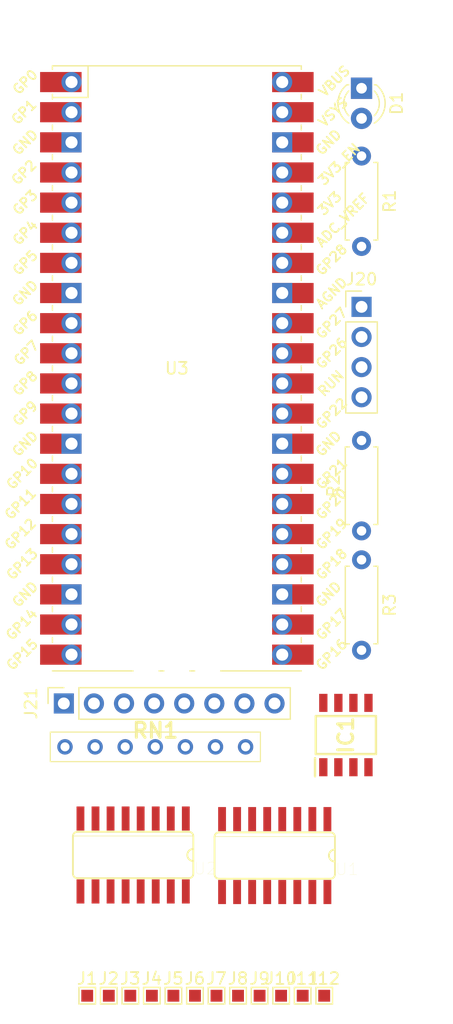
<source format=kicad_pcb>
(kicad_pcb (version 20221018) (generator pcbnew)
  (layers (0 "F.Cu" signal) (31 "B.Cu" signal) (34 "B.Paste" user) (35 "F.Paste" user) (36 "B.SilkS" user "B.Silkscreen") (37 "F.SilkS" user "F.Silkscreen") (38 "B.Mask" user) (39 "F.Mask" user) (44 "Edge.Cuts" user))
  (net 0 "")
  (net 1 "Net-(D1-K)")
  (net 2 "/IR_LED")
  (net 3 "/VBAT")
  (net 4 "/B4")
  (net 5 "/VCC")
  (net 6 "/B3")
  (net 7 "GND")
  (net 8 "/PWO")
  (net 9 "/DATA")
  (net 10 "/FI")
  (net 11 "/ISA")
  (net 12 "/SYNC")
  (net 13 "/Fi2")
  (net 14 "/Fi1")
  (net 15 "/+3.3V")
  (net 16 "/SCL")
  (net 17 "/SDA")
  (net 18 "/DATA_IN")
  (net 19 "/ISA_IN")
  (net 20 "/SYNC_IN")
  (net 21 "/PWO_IN")
  (net 22 "/FI1_IN")
  (net 23 "/FI2_IN")
  (net 24 "/FI_EN")
  (net 25 "/FI2")
  (net 26 "/FI1")
  (net 27 "/ISA_EN")
  (net 28 "/ISA_OUT")
  (net 29 "/DATA_EN")
  (net 30 "/DATA_OUT")
  (net 32 "/FRAM_EN")
  (footprint "TestPoint:TestPoint_Pad_1.0x1.0mm" (layer "F.Cu") (at 125.642352 148.878016)
    (fp_text reference "J6" (at 0 -1.448) (layer "F.SilkS"))
    (fp_text value "Conn_01x01_Male")
    (fp_line (start -0.7 -0.7) (end 0.7 -0.7) (stroke (width 0.12)) (layer "F.SilkS"))
    (fp_line (start -0.7 0.7) (end -0.7 -0.7) (stroke (width 0.12)) (layer "F.SilkS"))
    (fp_line (start 0.7 -0.7) (end 0.7 0.7) (stroke (width 0.12)) (layer "F.SilkS"))
    (fp_line (start 0.7 0.7) (end -0.7 0.7) (stroke (width 0.12)) (layer "F.SilkS"))
    (pad "1" smd rect (at 0 0) (size 1 1) (layers "F.Cu" "F.Mask") (net 8 "/PWO"))
  )
  (footprint "KiCad_lib:SO16" (layer "F.Cu") (at 120.425113 137.016024 180)
    (fp_text reference "U2" (at -6.096 -1.143) (layer "F.SilkS") (effects (font (thickness 0.015))))
    (fp_text value "CD40109BE")
    (fp_line (start -5.08 -1.5748) (end -5.08 1.5748) (stroke (width 0.1524)) (layer "F.SilkS"))
    (fp_line (start -5.08 1.6002) (end 5.08 1.6002) (stroke (width 0.0508)) (layer "F.SilkS"))
    (fp_line (start -4.699 1.9558) (end 4.699 1.9558) (stroke (width 0.1524)) (layer "F.SilkS"))
    (fp_line (start 4.699 -1.9558) (end -4.699 -1.9558) (stroke (width 0.1524)) (layer "F.SilkS"))
    (fp_line (start 5.08 1.5748) (end 5.08 -1.5748) (stroke (width 0.1524)) (layer "F.SilkS"))
    (fp_arc (start -5.08 -1.5748) (mid -4.968408 -1.844208) (end -4.699 -1.9558) (stroke (width 0.1524)) (layer "F.SilkS"))
    (fp_arc (start -5.08 -0.508) (mid -4.572 0) (end -5.08 0.508) (stroke (width 0.1524)) (layer "F.SilkS"))
    (fp_arc (start -4.699 1.9558) (mid -4.968408 1.844208) (end -5.08 1.5748) (stroke (width 0.1524)) (layer "F.SilkS"))
    (fp_arc (start 4.699 -1.9558) (mid 4.968408 -1.844208) (end 5.08 -1.5748) (stroke (width 0.1524)) (layer "F.SilkS"))
    (fp_arc (start 5.08 1.5748) (mid 4.968408 1.844208) (end 4.699 1.9558) (stroke (width 0.1524)) (layer "F.SilkS"))
    (pad "1" smd rect (at -4.445 3.0734 180) (size 0.6604 2.032) (layers "F.Cu" "F.Paste" "F.Mask") (net 15 "/+3.3V"))
    (pad "2" smd rect (at -3.175 3.0734 180) (size 0.6604 2.032) (layers "F.Cu" "F.Paste" "F.Mask") (net 27 "/ISA_EN"))
    (pad "3" smd rect (at -1.905 3.0734 180) (size 0.6604 2.032) (layers "F.Cu" "F.Paste" "F.Mask") (net 28 "/ISA_OUT"))
    (pad "4" smd rect (at -0.635 3.0734 180) (size 0.6604 2.032) (layers "F.Cu" "F.Paste" "F.Mask") (net 11 "/ISA"))
    (pad "5" smd rect (at 0.635 3.0734 180) (size 0.6604 2.032) (layers "F.Cu" "F.Paste" "F.Mask") (net 10 "/FI"))
    (pad "6" smd rect (at 1.905 3.0734 180) (size 0.6604 2.032) (layers "F.Cu" "F.Paste" "F.Mask") (net 7 "GND"))
    (pad "7" smd rect (at 3.175 3.0734 180) (size 0.6604 2.032) (layers "F.Cu" "F.Paste" "F.Mask") (net 24 "/FI_EN"))
    (pad "8" smd rect (at 4.445 3.0734 180) (size 0.6604 2.032) (layers "F.Cu" "F.Paste" "F.Mask") (net 7 "GND"))
    (pad "9" smd rect (at 4.445 -3.0734 180) (size 0.6604 2.032) (layers "F.Cu" "F.Paste" "F.Mask") (net 7 "GND"))
    (pad "10" smd rect (at 3.175 -3.0734 180) (size 0.6604 2.032) (layers "F.Cu" "F.Paste" "F.Mask") (net 7 "GND"))
    (pad "11" smd rect (at 1.905 -3.0734 180) (size 0.6604 2.032) (layers "F.Cu" "F.Paste" "F.Mask"))
    (pad "12" smd rect (at 0.635 -3.0734 180) (size 0.6604 2.032) (layers "F.Cu" "F.Paste" "F.Mask"))
    (pad "13" smd rect (at -0.635 -3.0734 180) (size 0.6604 2.032) (layers "F.Cu" "F.Paste" "F.Mask") (net 9 "/DATA"))
    (pad "14" smd rect (at -1.905 -3.0734 180) (size 0.6604 2.032) (layers "F.Cu" "F.Paste" "F.Mask") (net 30 "/DATA_OUT"))
    (pad "15" smd rect (at -3.175 -3.0734 180) (size 0.6604 2.032) (layers "F.Cu" "F.Paste" "F.Mask") (net 29 "/DATA_EN"))
    (pad "16" smd rect (at -4.445 -3.0734 180) (size 0.6604 2.032) (layers "F.Cu" "F.Paste" "F.Mask") (net 5 "/VCC"))
  )
  (footprint "TestPoint:TestPoint_Pad_1.0x1.0mm" (layer "F.Cu") (at 122.006352 148.878016)
    (fp_text reference "J4" (at 0 -1.448) (layer "F.SilkS"))
    (fp_text value "Conn_01x01_Male")
    (fp_line (start -0.7 -0.7) (end 0.7 -0.7) (stroke (width 0.12)) (layer "F.SilkS"))
    (fp_line (start -0.7 0.7) (end -0.7 -0.7) (stroke (width 0.12)) (layer "F.SilkS"))
    (fp_line (start 0.7 -0.7) (end 0.7 0.7) (stroke (width 0.12)) (layer "F.SilkS"))
    (fp_line (start 0.7 0.7) (end -0.7 0.7) (stroke (width 0.12)) (layer "F.SilkS"))
    (pad "1" smd rect (at 0 0) (size 1 1) (layers "F.Cu" "F.Mask") (net 6 "/B3"))
  )
  (footprint "MCU_RaspberryPi_and_Boards:RPi_Pico_LiPo_SMD_TH" (layer "F.Cu") (at 124.115 96)
    (fp_text reference "U3" (at 0 0) (layer "F.SilkS"))
    (fp_text value "Pico")
    (fp_text user "GP20" (at 13.054 11.43 45) (layer "F.SilkS") (effects (font (size 0.8 0.8))))
    (fp_text user "GP0" (at -12.8 -24.13 45) (layer "F.SilkS") (effects (font (size 0.8 0.8))))
    (fp_text user "GND" (at 12.8 19.05 45) (layer "F.SilkS") (effects (font (size 0.8 0.8))))
    (fp_text user "GP17" (at 13.054 21.59 45) (layer "F.SilkS") (effects (font (size 0.8 0.8))))
    (fp_text user "GP19" (at 13.054 13.97 45) (layer "F.SilkS") (effects (font (size 0.8 0.8))))
    (fp_text user "GP3" (at -12.8 -13.97 45) (layer "F.SilkS") (effects (font (size 0.8 0.8))))
    (fp_text user "GP22" (at 13.054 3.81 45) (layer "F.SilkS") (effects (font (size 0.8 0.8))))
    (fp_text user "GP4" (at -12.8 -11.43 45) (layer "F.SilkS") (effects (font (size 0.8 0.8))))
    (fp_text user "GND" (at 12.8 -19.05 45) (layer "F.SilkS") (effects (font (size 0.8 0.8))))
    (fp_text user "GND" (at -12.8 19.05 45) (layer "F.SilkS") (effects (font (size 0.8 0.8))))
    (fp_text user "GP12" (at -13.2 13.97 45) (layer "F.SilkS") (effects (font (size 0.8 0.8))))
    (fp_text user "ADC_VREF" (at 14 -12.5 45) (layer "F.SilkS") (effects (font (size 0.8 0.8))))
    (fp_text user "GP27" (at 13.054 -3.8 45) (layer "F.SilkS") (effects (font (size 0.8 0.8))))
    (fp_text user "GP2" (at -12.9 -16.51 45) (layer "F.SilkS") (effects (font (size 0.8 0.8))))
    (fp_text user "GND" (at -12.8 -6.35 45) (layer "F.SilkS") (effects (font (size 0.8 0.8))))
    (fp_text user "GP26" (at 13.054 -1.27 45) (layer "F.SilkS") (effects (font (size 0.8 0.8))))
    (fp_text user "GP7" (at -12.7 -1.3 45) (layer "F.SilkS") (effects (font (size 0.8 0.8))))
    (fp_text user "GP11" (at -13.2 11.43 45) (layer "F.SilkS") (effects (font (size 0.8 0.8))))
    (fp_text user "GP16" (at 13.054 24.13 45) (layer "F.SilkS") (effects (font (size 0.8 0.8))))
    (fp_text user "GP5" (at -12.8 -8.89 45) (layer "F.SilkS") (effects (font (size 0.8 0.8))))
    (fp_text user "GP14" (at -13.1 21.59 45) (layer "F.SilkS") (effects (font (size 0.8 0.8))))
    (fp_text user "GP15" (at -13.054 24.13 45) (layer "F.SilkS") (effects (font (size 0.8 0.8))))
    (fp_text user "GND" (at -12.8 -19.05 45) (layer "F.SilkS") (effects (font (size 0.8 0.8))))
    (fp_text user "3V3" (at 12.9 -13.9 45) (layer "F.SilkS") (effects (font (size 0.8 0.8))))
    (fp_text user "VSYS" (at 13.2 -21.59 45) (layer "F.SilkS") (effects (font (size 0.8 0.8))))
    (fp_text user "GP18" (at 13.054 16.51 45) (layer "F.SilkS") (effects (font (size 0.8 0.8))))
    (fp_text user "GP28" (at 13.054 -9.144 45) (layer "F.SilkS") (effects (font (size 0.8 0.8))))
    (fp_text user "GP1" (at -12.9 -21.6 45) (layer "F.SilkS") (effects (font (size 0.8 0.8))))
    (fp_text user "GND" (at -12.8 6.35 45) (layer "F.SilkS") (effects (font (size 0.8 0.8))))
    (fp_text user "GP13" (at -13.054 16.51 45) (layer "F.SilkS") (effects (font (size 0.8 0.8))))
    (fp_text user "GP10" (at -13.054 8.89 45) (layer "F.SilkS") (effects (font (size 0.8 0.8))))
    (fp_text user "VBUS" (at 13.3 -24.2 45) (layer "F.SilkS") (effects (font (size 0.8 0.8))))
    (fp_text user "GP21" (at 13.054 8.9 45) (layer "F.SilkS") (effects (font (size 0.8 0.8))))
    (fp_text user "GND" (at 12.8 6.35 45) (layer "F.SilkS") (effects (font (size 0.8 0.8))))
    (fp_text user "GP8" (at -12.8 1.27 45) (layer "F.SilkS") (effects (font (size 0.8 0.8))))
    (fp_text user "GP6" (at -12.8 -3.81 45) (layer "F.SilkS") (effects (font (size 0.8 0.8))))
    (fp_text user "RUN" (at 13 1.27 45) (layer "F.SilkS") (effects (font (size 0.8 0.8))))
    (fp_text user "GP9" (at -12.8 3.81 45) (layer "F.SilkS") (effects (font (size 0.8 0.8))))
    (fp_text user "AGND" (at 13.054 -6.35 45) (layer "F.SilkS") (effects (font (size 0.8 0.8))))
    (fp_text user "3V3_EN" (at 13.7 -17.2 45) (layer "F.SilkS") (effects (font (size 0.8 0.8))))
    (fp_line (start -10.5 -25.5) (end -10.5 -25.2) (stroke (width 0.12)) (layer "F.SilkS"))
    (fp_line (start -10.5 -25.5) (end 10.5 -25.5) (stroke (width 0.12)) (layer "F.SilkS"))
    (fp_line (start -10.5 -23.1) (end -10.5 -22.7) (stroke (width 0.12)) (layer "F.SilkS"))
    (fp_line (start -10.5 -22.833) (end -7.493 -22.833) (stroke (width 0.12)) (layer "F.SilkS"))
    (fp_line (start -10.5 -20.5) (end -10.5 -20.1) (stroke (width 0.12)) (layer "F.SilkS"))
    (fp_line (start -10.5 -18) (end -10.5 -17.6) (stroke (width 0.12)) (layer "F.SilkS"))
    (fp_line (start -10.5 -15.4) (end -10.5 -15) (stroke (width 0.12)) (layer "F.SilkS"))
    (fp_line (start -10.5 -12.9) (end -10.5 -12.5) (stroke (width 0.12)) (layer "F.SilkS"))
    (fp_line (start -10.5 -10.4) (end -10.5 -10) (stroke (width 0.12)) (layer "F.SilkS"))
    (fp_line (start -10.5 -7.8) (end -10.5 -7.4) (stroke (width 0.12)) (layer "F.SilkS"))
    (fp_line (start -10.5 -5.3) (end -10.5 -4.9) (stroke (width 0.12)) (layer "F.SilkS"))
    (fp_line (start -10.5 -2.7) (end -10.5 -2.3) (stroke (width 0.12)) (layer "F.SilkS"))
    (fp_line (start -10.5 -0.2) (end -10.5 0.2) (stroke (width 0.12)) (layer "F.SilkS"))
    (fp_line (start -10.5 2.3) (end -10.5 2.7) (stroke (width 0.12)) (layer "F.SilkS"))
    (fp_line (start -10.5 4.9) (end -10.5 5.3) (stroke (width 0.12)) (layer "F.SilkS"))
    (fp_line (start -10.5 7.4) (end -10.5 7.8) (stroke (width 0.12)) (layer "F.SilkS"))
    (fp_line (start -10.5 10) (end -10.5 10.4) (stroke (width 0.12)) (layer "F.SilkS"))
    (fp_line (start -10.5 12.5) (end -10.5 12.9) (stroke (width 0.12)) (layer "F.SilkS"))
    (fp_line (start -10.5 15.1) (end -10.5 15.5) (stroke (width 0.12)) (layer "F.SilkS"))
    (fp_line (start -10.5 17.6) (end -10.5 18) (stroke (width 0.12)) (layer "F.SilkS"))
    (fp_line (start -10.5 20.1) (end -10.5 20.5) (stroke (width 0.12)) (layer "F.SilkS"))
    (fp_line (start -10.5 22.7) (end -10.5 23.1) (stroke (width 0.12)) (layer "F.SilkS"))
    (fp_line (start -7.493 -22.833) (end -7.493 -25.5) (stroke (width 0.12)) (layer "F.SilkS"))
    (fp_line (start -3.7 25.5) (end -10.5 25.5) (stroke (width 0.12)) (layer "F.SilkS"))
    (fp_line (start -1.5 25.5) (end -1.1 25.5) (stroke (width 0.12)) (layer "F.SilkS"))
    (fp_line (start 1.1 25.5) (end 1.5 25.5) (stroke (width 0.12)) (layer "F.SilkS"))
    (fp_line (start 10.5 -25.5) (end 10.5 -25.2) (stroke (width 0.12)) (layer "F.SilkS"))
    (fp_line (start 10.5 -23.1) (end 10.5 -22.7) (stroke (width 0.12)) (layer "F.SilkS"))
    (fp_line (start 10.5 -20.5) (end 10.5 -20.1) (stroke (width 0.12)) (layer "F.SilkS"))
    (fp_line (start 10.5 -18) (end 10.5 -17.6) (stroke (width 0.12)) (layer "F.SilkS"))
    (fp_line (start 10.5 -15.4) (end 10.5 -15) (stroke (width 0.12)) (layer "F.SilkS"))
    (fp_line (start 10.5 -12.9) (end 10.5 -12.5) (stroke (width 0.12)) (layer "F.SilkS"))
    (fp_line (start 10.5 -10.4) (end 10.5 -10) (stroke (width 0.12)) (layer "F.SilkS"))
    (fp_line (start 10.5 -7.8) (end 10.5 -7.4) (stroke (width 0.12)) (layer "F.SilkS"))
    (fp_line (start 10.5 -5.3) (end 10.5 -4.9) (stroke (width 0.12)) (layer "F.SilkS"))
    (fp_line (start 10.5 -2.7) (end 10.5 -2.3) (stroke (width 0.12)) (layer "F.SilkS"))
    (fp_line (start 10.5 -0.2) (end 10.5 0.2) (stroke (width 0.12)) (layer "F.SilkS"))
    (fp_line (start 10.5 2.3) (end 10.5 2.7) (stroke (width 0.12)) (layer "F.SilkS"))
    (fp_line (start 10.5 4.9) (end 10.5 5.3) (stroke (width 0.12)) (layer "F.SilkS"))
    (fp_line (start 10.5 7.4) (end 10.5 7.8) (stroke (width 0.12)) (layer "F.SilkS"))
    (fp_line (start 10.5 10) (end 10.5 10.4) (stroke (width 0.12)) (layer "F.SilkS"))
    (fp_line (start 10.5 12.5) (end 10.5 12.9) (stroke (width 0.12)) (layer "F.SilkS"))
    (fp_line (start 10.5 15.1) (end 10.5 15.5) (stroke (width 0.12)) (layer "F.SilkS"))
    (fp_line (start 10.5 17.6) (end 10.5 18) (stroke (width 0.12)) (layer "F.SilkS"))
    (fp_line (start 10.5 20.1) (end 10.5 20.5) (stroke (width 0.12)) (layer "F.SilkS"))
    (fp_line (start 10.5 22.7) (end 10.5 23.1) (stroke (width 0.12)) (layer "F.SilkS"))
    (fp_line (start 10.5 25.5) (end 3.7 25.5) (stroke (width 0.12)) (layer "F.SilkS"))
    (pad "" np_thru_hole oval (at -2.725 -24) (size 1.8 1.8) (drill 1.8) (layers "*.Cu" "*.Mask"))
    (pad "" np_thru_hole oval (at -2.425 -20.97) (size 1.5 1.5) (drill 1.5) (layers "*.Cu" "*.Mask"))
    (pad "" np_thru_hole oval (at 2.425 -20.97) (size 1.5 1.5) (drill 1.5) (layers "*.Cu" "*.Mask"))
    (pad "" np_thru_hole oval (at 2.725 -24) (size 1.8 1.8) (drill 1.8) (layers "*.Cu" "*.Mask"))
    (pad "1" thru_hole oval (at -8.89 -24.13) (size 1.7 1.7) (drill 1.02) (layers "*.Cu" "*.Mask"))
    (pad "1" smd rect (at -8.89 -24.13) (size 3.5 1.7) (drill (offset -0.9 0)) (layers "F.Cu" "F.Mask"))
    (pad "2" thru_hole oval (at -8.89 -21.59) (size 1.7 1.7) (drill 1.02) (layers "*.Cu" "*.Mask"))
    (pad "2" smd rect (at -8.89 -21.59) (size 3.5 1.7) (drill (offset -0.9 0)) (layers "F.Cu" "F.Mask"))
    (pad "3" thru_hole rect (at -8.89 -19.05) (size 1.7 1.7) (drill 1.02) (layers "*.Cu" "*.Mask") (net 7 "GND"))
    (pad "3" smd rect (at -8.89 -19.05) (size 3.5 1.7) (drill (offset -0.9 0)) (layers "F.Cu" "F.Mask") (net 7 "GND"))
    (pad "4" thru_hole oval (at -8.89 -16.51) (size 1.7 1.7) (drill 1.02) (layers "*.Cu" "*.Mask"))
    (pad "4" smd rect (at -8.89 -16.51) (size 3.5 1.7) (drill (offset -0.9 0)) (layers "F.Cu" "F.Mask"))
    (pad "5" thru_hole oval (at -8.89 -13.97) (size 1.7 1.7) (drill 1.02) (layers "*.Cu" "*.Mask"))
    (pad "5" smd rect (at -8.89 -13.97) (size 3.5 1.7) (drill (offset -0.9 0)) (layers "F.Cu" "F.Mask"))
    (pad "6" thru_hole oval (at -8.89 -11.43) (size 1.7 1.7) (drill 1.02) (layers "*.Cu" "*.Mask") (net 17 "/SDA"))
    (pad "6" smd rect (at -8.89 -11.43) (size 3.5 1.7) (drill (offset -0.9 0)) (layers "F.Cu" "F.Mask") (net 17 "/SDA"))
    (pad "7" thru_hole oval (at -8.89 -8.89) (size 1.7 1.7) (drill 1.02) (layers "*.Cu" "*.Mask") (net 16 "/SCL"))
    (pad "7" smd rect (at -8.89 -8.89) (size 3.5 1.7) (drill (offset -0.9 0)) (layers "F.Cu" "F.Mask") (net 16 "/SCL"))
    (pad "8" thru_hole rect (at -8.89 -6.35) (size 1.7 1.7) (drill 1.02) (layers "*.Cu" "*.Mask") (net 7 "GND"))
    (pad "8" smd rect (at -8.89 -6.35) (size 3.5 1.7) (drill (offset -0.9 0)) (layers "F.Cu" "F.Mask") (net 7 "GND"))
    (pad "9" thru_hole oval (at -8.89 -3.81) (size 1.7 1.7) (drill 1.02) (layers "*.Cu" "*.Mask") (net 32 "/FRAM_EN"))
    (pad "9" smd rect (at -8.89 -3.81) (size 3.5 1.7) (drill (offset -0.9 0)) (layers "F.Cu" "F.Mask") (net 32 "/FRAM_EN"))
    (pad "10" thru_hole oval (at -8.89 -1.27) (size 1.7 1.7) (drill 1.02) (layers "*.Cu" "*.Mask"))
    (pad "10" smd rect (at -8.89 -1.27) (size 3.5 1.7) (drill (offset -0.9 0)) (layers "F.Cu" "F.Mask"))
    (pad "11" thru_hole oval (at -8.89 1.27) (size 1.7 1.7) (drill 1.02) (layers "*.Cu" "*.Mask"))
    (pad "11" smd rect (at -8.89 1.27) (size 3.5 1.7) (drill (offset -0.9 0)) (layers "F.Cu" "F.Mask"))
    (pad "12" thru_hole oval (at -8.89 3.81) (size 1.7 1.7) (drill 1.02) (layers "*.Cu" "*.Mask"))
    (pad "12" smd rect (at -8.89 3.81) (size 3.5 1.7) (drill (offset -0.9 0)) (layers "F.Cu" "F.Mask"))
    (pad "13" thru_hole rect (at -8.89 6.35) (size 1.7 1.7) (drill 1.02) (layers "*.Cu" "*.Mask") (net 7 "GND"))
    (pad "13" smd rect (at -8.89 6.35) (size 3.5 1.7) (drill (offset -0.9 0)) (layers "F.Cu" "F.Mask") (net 7 "GND"))
    (pad "14" thru_hole oval (at -8.89 8.89) (size 1.7 1.7) (drill 1.02) (layers "*.Cu" "*.Mask"))
    (pad "14" smd rect (at -8.89 8.89) (size 3.5 1.7) (drill (offset -0.9 0)) (layers "F.Cu" "F.Mask"))
    (pad "15" thru_hole oval (at -8.89 11.43) (size 1.7 1.7) (drill 1.02) (layers "*.Cu" "*.Mask"))
    (pad "15" smd rect (at -8.89 11.43) (size 3.5 1.7) (drill (offset -0.9 0)) (layers "F.Cu" "F.Mask"))
    (pad "16" thru_hole oval (at -8.89 13.97) (size 1.7 1.7) (drill 1.02) (layers "*.Cu" "*.Mask") (net 22 "/FI1_IN"))
    (pad "16" smd rect (at -8.89 13.97) (size 3.5 1.7) (drill (offset -0.9 0)) (layers "F.Cu" "F.Mask") (net 22 "/FI1_IN"))
    (pad "17" thru_hole oval (at -8.89 16.51) (size 1.7 1.7) (drill 1.02) (layers "*.Cu" "*.Mask") (net 23 "/FI2_IN"))
    (pad "17" smd rect (at -8.89 16.51) (size 3.5 1.7) (drill (offset -0.9 0)) (layers "F.Cu" "F.Mask") (net 23 "/FI2_IN"))
    (pad "18" thru_hole rect (at -8.89 19.05) (size 1.7 1.7) (drill 1.02) (layers "*.Cu" "*.Mask") (net 7 "GND"))
    (pad "18" smd rect (at -8.89 19.05) (size 3.5 1.7) (drill (offset -0.9 0)) (layers "F.Cu" "F.Mask") (net 7 "GND"))
    (pad "19" thru_hole oval (at -8.89 21.59) (size 1.7 1.7) (drill 1.02) (layers "*.Cu" "*.Mask") (net 19 "/ISA_IN"))
    (pad "19" smd rect (at -8.89 21.59) (size 3.5 1.7) (drill (offset -0.9 0)) (layers "F.Cu" "F.Mask") (net 19 "/ISA_IN"))
    (pad "20" thru_hole oval (at -8.89 24.13) (size 1.7 1.7) (drill 1.02) (layers "*.Cu" "*.Mask") (net 20 "/SYNC_IN"))
    (pad "20" smd rect (at -8.89 24.13) (size 3.5 1.7) (drill (offset -0.9 0)) (layers "F.Cu" "F.Mask") (net 20 "/SYNC_IN"))
    (pad "21" thru_hole oval (at 8.89 24.13) (size 1.7 1.7) (drill 1.02) (layers "*.Cu" "*.Mask") (net 18 "/DATA_IN"))
    (pad "21" smd rect (at 8.89 24.13) (size 3.5 1.7) (drill (offset 0.9 0)) (layers "F.Cu" "F.Mask") (net 18 "/DATA_IN"))
    (pad "22" thru_hole oval (at 8.89 21.59) (size 1.7 1.7) (drill 1.02) (layers "*.Cu" "*.Mask") (net 21 "/PWO_IN"))
    (pad "22" smd rect (at 8.89 21.59) (size 3.5 1.7) (drill (offset 0.9 0)) (layers "F.Cu" "F.Mask") (net 21 "/PWO_IN"))
    (pad "23" thru_hole rect (at 8.89 19.05) (size 1.7 1.7) (drill 1.02) (layers "*.Cu" "*.Mask") (net 7 "GND"))
    (pad "23" smd rect (at 8.89 19.05) (size 3.5 1.7) (drill (offset 0.9 0)) (layers "F.Cu" "F.Mask") (net 7 "GND"))
    (pad "24" thru_hole oval (at 8.89 16.51) (size 1.7 1.7) (drill 1.02) (layers "*.Cu" "*.Mask") (net 28 "/ISA_OUT"))
    (pad "24" smd rect (at 8.89 16.51) (size 3.5 1.7) (drill (offset 0.9 0)) (layers "F.Cu" "F.Mask") (net 28 "/ISA_OUT"))
    (pad "25" thru_hole oval (at 8.89 13.97) (size 1.7 1.7) (drill 1.02) (layers "*.Cu" "*.Mask") (net 27 "/ISA_EN"))
    (pad "25" smd rect (at 8.89 13.97) (size 3.5 1.7) (drill (offset 0.9 0)) (layers "F.Cu" "F.Mask") (net 27 "/ISA_EN"))
    (pad "26" thru_hole oval (at 8.89 11.43) (size 1.7 1.7) (drill 1.02) (layers "*.Cu" "*.Mask") (net 30 "/DATA_OUT"))
    (pad "26" smd rect (at 8.89 11.43) (size 3.5 1.7) (drill (offset 0.9 0)) (layers "F.Cu" "F.Mask") (net 30 "/DATA_OUT"))
    (pad "27" thru_hole oval (at 8.89 8.89) (size 1.7 1.7) (drill 1.02) (layers "*.Cu" "*.Mask") (net 29 "/DATA_EN"))
    (pad "27" smd rect (at 8.89 8.89) (size 3.5 1.7) (drill (offset 0.9 0)) (layers "F.Cu" "F.Mask") (net 29 "/DATA_EN"))
    (pad "28" thru_hole rect (at 8.89 6.35) (size 1.7 1.7) (drill 1.02) (layers "*.Cu" "*.Mask") (net 7 "GND"))
    (pad "28" smd rect (at 8.89 6.35) (size 3.5 1.7) (drill (offset 0.9 0)) (layers "F.Cu" "F.Mask") (net 7 "GND"))
    (pad "29" thru_hole oval (at 8.89 3.81) (size 1.7 1.7) (drill 1.02) (layers "*.Cu" "*.Mask") (net 24 "/FI_EN"))
    (pad "29" smd rect (at 8.89 3.81) (size 3.5 1.7) (drill (offset 0.9 0)) (layers "F.Cu" "F.Mask") (net 24 "/FI_EN"))
    (pad "30" thru_hole oval (at 8.89 1.27) (size 1.7 1.7) (drill 1.02) (layers "*.Cu" "*.Mask"))
    (pad "30" smd rect (at 8.89 1.27) (size 3.5 1.7) (drill (offset 0.9 0)) (layers "F.Cu" "F.Mask"))
    (pad "31" thru_hole oval (at 8.89 -1.27) (size 1.7 1.7) (drill 1.02) (layers "*.Cu" "*.Mask") (net 2 "/IR_LED"))
    (pad "31" smd rect (at 8.89 -1.27) (size 3.5 1.7) (drill (offset 0.9 0)) (layers "F.Cu" "F.Mask") (net 2 "/IR_LED"))
    (pad "32" thru_hole oval (at 8.89 -3.81) (size 1.7 1.7) (drill 1.02) (layers "*.Cu" "*.Mask"))
    (pad "32" smd rect (at 8.89 -3.81) (size 3.5 1.7) (drill (offset 0.9 0)) (layers "F.Cu" "F.Mask"))
    (pad "33" thru_hole rect (at 8.89 -6.35) (size 1.7 1.7) (drill 1.02) (layers "*.Cu" "*.Mask") (net 7 "GND"))
    (pad "33" smd rect (at 8.89 -6.35) (size 3.5 1.7) (drill (offset 0.9 0)) (layers "F.Cu" "F.Mask") (net 7 "GND"))
    (pad "34" thru_hole oval (at 8.89 -8.89) (size 1.7 1.7) (drill 1.02) (layers "*.Cu" "*.Mask"))
    (pad "34" smd rect (at 8.89 -8.89) (size 3.5 1.7) (drill (offset 0.9 0)) (layers "F.Cu" "F.Mask"))
    (pad "35" thru_hole oval (at 8.89 -11.43) (size 1.7 1.7) (drill 1.02) (layers "*.Cu" "*.Mask"))
    (pad "35" smd rect (at 8.89 -11.43) (size 3.5 1.7) (drill (offset 0.9 0)) (layers "F.Cu" "F.Mask"))
    (pad "36" thru_hole oval (at 8.89 -13.97) (size 1.7 1.7) (drill 1.02) (layers "*.Cu" "*.Mask") (net 15 "/+3.3V"))
    (pad "36" smd rect (at 8.89 -13.97) (size 3.5 1.7) (drill (offset 0.9 0)) (layers "F.Cu" "F.Mask") (net 15 "/+3.3V"))
    (pad "37" thru_hole oval (at 8.89 -16.51) (size 1.7 1.7) (drill 1.02) (layers "*.Cu" "*.Mask"))
    (pad "37" smd rect (at 8.89 -16.51) (size 3.5 1.7) (drill (offset 0.9 0)) (layers "F.Cu" "F.Mask"))
    (pad "38" thru_hole rect (at 8.89 -19.05) (size 1.7 1.7) (drill 1.02) (layers "*.Cu" "*.Mask") (net 7 "GND"))
    (pad "38" smd rect (at 8.89 -19.05) (size 3.5 1.7) (drill (offset 0.9 0)) (layers "F.Cu" "F.Mask") (net 7 "GND"))
    (pad "39" thru_hole oval (at 8.89 -21.59) (size 1.7 1.7) (drill 1.02) (layers "*.Cu" "*.Mask"))
    (pad "39" smd rect (at 8.89 -21.59) (size 3.5 1.7) (drill (offset 0.9 0)) (layers "F.Cu" "F.Mask"))
    (pad "40" thru_hole oval (at 8.89 -24.13) (size 1.7 1.7) (drill 1.02) (layers "*.Cu" "*.Mask"))
    (pad "40" smd rect (at 8.89 -24.13) (size 3.5 1.7) (drill (offset 0.9 0)) (layers "F.Cu" "F.Mask"))
  )
  (footprint "Resistor_THT:R_Axial_DIN0207_L6.3mm_D2.5mm_P7.62mm_Horizontal" (layer "F.Cu") (at 139.7 112.136001 -90)
    (fp_text reference "R3" (at 3.81 -2.37 90) (layer "F.SilkS"))
    (fp_text value "R")
    (fp_line (start 0.54 -1.37) (end 7.08 -1.37) (stroke (width 0.12)) (layer "F.SilkS"))
    (fp_line (start 0.54 -1.04) (end 0.54 -1.37) (stroke (width 0.12)) (layer "F.SilkS"))
    (fp_line (start 0.54 1.04) (end 0.54 1.37) (stroke (width 0.12)) (layer "F.SilkS"))
    (fp_line (start 0.54 1.37) (end 7.08 1.37) (stroke (width 0.12)) (layer "F.SilkS"))
    (fp_line (start 7.08 -1.37) (end 7.08 -1.04) (stroke (width 0.12)) (layer "F.SilkS"))
    (fp_line (start 7.08 1.37) (end 7.08 1.04) (stroke (width 0.12)) (layer "F.SilkS"))
    (pad "1" thru_hole circle (at 0 0 270) (size 1.6 1.6) (drill 0.8) (layers "*.Cu" "*.Mask") (net 15 "/+3.3V"))
    (pad "2" thru_hole oval (at 7.62 0 270) (size 1.6 1.6) (drill 0.8) (layers "*.Cu" "*.Mask") (net 16 "/SCL"))
  )
  (footprint "TestPoint:TestPoint_Pad_1.0x1.0mm" (layer "F.Cu") (at 118.370352 148.878016)
    (fp_text reference "J2" (at 0 -1.448) (layer "F.SilkS"))
    (fp_text value "Conn_01x01_Male")
    (fp_line (start -0.7 -0.7) (end 0.7 -0.7) (stroke (width 0.12)) (layer "F.SilkS"))
    (fp_line (start -0.7 0.7) (end -0.7 -0.7) (stroke (width 0.12)) (layer "F.SilkS"))
    (fp_line (start 0.7 -0.7) (end 0.7 0.7) (stroke (width 0.12)) (layer "F.SilkS"))
    (fp_line (start 0.7 0.7) (end -0.7 0.7) (stroke (width 0.12)) (layer "F.SilkS"))
    (pad "1" smd rect (at 0 0) (size 1 1) (layers "F.Cu" "F.Mask") (net 4 "/B4"))
  )
  (footprint "Connector_PinHeader_2.54mm:PinHeader_1x04_P2.54mm_Vertical" (layer "F.Cu") (at 139.7 90.815)
    (fp_text reference "J20" (at 0 -2.33) (layer "F.SilkS"))
    (fp_text value "Conn_01x04_Female")
    (fp_line (start -1.33 -1.33) (end 0 -1.33) (stroke (width 0.12)) (layer "F.SilkS"))
    (fp_line (start -1.33 0) (end -1.33 -1.33) (stroke (width 0.12)) (layer "F.SilkS"))
    (fp_line (start -1.33 1.27) (end -1.33 8.95) (stroke (width 0.12)) (layer "F.SilkS"))
    (fp_line (start -1.33 1.27) (end 1.33 1.27) (stroke (width 0.12)) (layer "F.SilkS"))
    (fp_line (start -1.33 8.95) (end 1.33 8.95) (stroke (width 0.12)) (layer "F.SilkS"))
    (fp_line (start 1.33 1.27) (end 1.33 8.95) (stroke (width 0.12)) (layer "F.SilkS"))
    (pad "1" thru_hole rect (at 0 0) (size 1.7 1.7) (drill 1) (layers "*.Cu" "*.Mask") (net 7 "GND"))
    (pad "2" thru_hole oval (at 0 2.54) (size 1.7 1.7) (drill 1) (layers "*.Cu" "*.Mask") (net 15 "/+3.3V"))
    (pad "3" thru_hole oval (at 0 5.08) (size 1.7 1.7) (drill 1) (layers "*.Cu" "*.Mask") (net 16 "/SCL"))
    (pad "4" thru_hole oval (at 0 7.62) (size 1.7 1.7) (drill 1) (layers "*.Cu" "*.Mask") (net 17 "/SDA"))
  )
  (footprint "Connector_PinSocket_2.54mm:PinSocket_1x08_P2.54mm_Vertical" (layer "F.Cu") (at 114.57717 124.243032 90)
    (fp_text reference "J21" (at 0 -2.77 90) (layer "F.SilkS"))
    (fp_text value "Conn_01x08_Male")
    (fp_line (start -1.33 1.27) (end -1.33 19.11) (stroke (width 0.12)) (layer "F.SilkS"))
    (fp_line (start -1.33 1.27) (end 1.33 1.27) (stroke (width 0.12)) (layer "F.SilkS"))
    (fp_line (start -1.33 19.11) (end 1.33 19.11) (stroke (width 0.12)) (layer "F.SilkS"))
    (fp_line (start 0 -1.33) (end 1.33 -1.33) (stroke (width 0.12)) (layer "F.SilkS"))
    (fp_line (start 1.33 -1.33) (end 1.33 0) (stroke (width 0.12)) (layer "F.SilkS"))
    (fp_line (start 1.33 1.27) (end 1.33 19.11) (stroke (width 0.12)) (layer "F.SilkS"))
    (pad "1" thru_hole rect (at 0 0 90) (size 1.7 1.7) (drill 1) (layers "*.Cu" "*.Mask") (net 7 "GND"))
    (pad "2" thru_hole oval (at 0 2.54 90) (size 1.7 1.7) (drill 1) (layers "*.Cu" "*.Mask") (net 18 "/DATA_IN"))
    (pad "3" thru_hole oval (at 0 5.08 90) (size 1.7 1.7) (drill 1) (layers "*.Cu" "*.Mask") (net 19 "/ISA_IN"))
    (pad "4" thru_hole oval (at 0 7.62 90) (size 1.7 1.7) (drill 1) (layers "*.Cu" "*.Mask") (net 20 "/SYNC_IN"))
    (pad "5" thru_hole oval (at 0 10.16 90) (size 1.7 1.7) (drill 1) (layers "*.Cu" "*.Mask") (net 21 "/PWO_IN"))
    (pad "6" thru_hole oval (at 0 12.7 90) (size 1.7 1.7) (drill 1) (layers "*.Cu" "*.Mask") (net 22 "/FI1_IN"))
    (pad "7" thru_hole oval (at 0 15.24 90) (size 1.7 1.7) (drill 1) (layers "*.Cu" "*.Mask") (net 23 "/FI2_IN"))
    (pad "8" thru_hole oval (at 0 17.78 90) (size 1.7 1.7) (drill 1) (layers "*.Cu" "*.Mask") (net 24 "/FI_EN"))
  )
  (footprint "TestPoint:TestPoint_Pad_1.0x1.0mm" (layer "F.Cu") (at 134.732352 148.878016)
    (fp_text reference "J11" (at 0 -1.448) (layer "F.SilkS"))
    (fp_text value "Conn_01x01_Male")
    (fp_line (start -0.7 -0.7) (end 0.7 -0.7) (stroke (width 0.12)) (layer "F.SilkS"))
    (fp_line (start -0.7 0.7) (end -0.7 -0.7) (stroke (width 0.12)) (layer "F.SilkS"))
    (fp_line (start 0.7 -0.7) (end 0.7 0.7) (stroke (width 0.12)) (layer "F.SilkS"))
    (fp_line (start 0.7 0.7) (end -0.7 0.7) (stroke (width 0.12)) (layer "F.SilkS"))
    (pad "1" smd rect (at 0 0) (size 1 1) (layers "F.Cu" "F.Mask") (net 13 "/Fi2"))
  )
  (footprint "KiCad:4607X101105LF" (layer "F.Cu") (at 114.675365 127.90115)
    (fp_text reference "RN1" (at 7.625 -1.377) (layer "F.SilkS") (effects (font (size 1.27 1.27) (thickness 0.254))))
    (fp_text value "R_Network06" hide)
    (fp_line (start -1.24 -1.245) (end 16.49 -1.245) (stroke (width 0.1)) (layer "F.SilkS"))
    (fp_line (start -1.24 1.245) (end -1.24 -1.245) (stroke (width 0.1)) (layer "F.SilkS"))
    (fp_line (start 0 -4) (end 0 -4) (stroke (width 0.2)) (layer "F.SilkS"))
    (fp_line (start 0 -3.9) (end 0 -3.9) (stroke (width 0.2)) (layer "F.SilkS"))
    (fp_line (start 0 -3.9) (end 0 -3.9) (stroke (width 0.2)) (layer "F.SilkS"))
    (fp_line (start 16.49 -1.245) (end 16.49 1.245) (stroke (width 0.1)) (layer "F.SilkS"))
    (fp_line (start 16.49 1.245) (end -1.24 1.245) (stroke (width 0.1)) (layer "F.SilkS"))
    (fp_arc (start 0 -4) (mid 0.05 -3.95) (end 0 -3.9) (stroke (width 0.2)) (layer "F.SilkS"))
    (fp_arc (start 0 -4) (mid 0.05 -3.95) (end 0 -3.9) (stroke (width 0.2)) (layer "F.SilkS"))
    (fp_arc (start 0 -3.9) (mid -0.05 -3.95) (end 0 -4) (stroke (width 0.2)) (layer "F.SilkS"))
    (pad "1" thru_hole circle (at 0 0) (size 1.303 1.303) (drill 0.76) (layers "*.Cu" "*.Mask") (net 7 "GND"))
    (pad "2" thru_hole circle (at 2.54 0) (size 1.303 1.303) (drill 0.76) (layers "*.Cu" "*.Mask") (net 8 "/PWO"))
    (pad "3" thru_hole circle (at 5.08 0) (size 1.303 1.303) (drill 0.76) (layers "*.Cu" "*.Mask") (net 9 "/DATA"))
    (pad "4" thru_hole circle (at 7.62 0) (size 1.303 1.303) (drill 0.76) (layers "*.Cu" "*.Mask") (net 11 "/ISA"))
    (pad "5" thru_hole circle (at 10.16 0) (size 1.303 1.303) (drill 0.76) (layers "*.Cu" "*.Mask") (net 12 "/SYNC"))
    (pad "6" thru_hole circle (at 12.7 0) (size 1.303 1.303) (drill 0.76) (layers "*.Cu" "*.Mask") (net 25 "/FI2"))
    (pad "7" thru_hole circle (at 15.24 0) (size 1.303 1.303) (drill 0.76) (layers "*.Cu" "*.Mask") (net 26 "/FI1"))
  )
  (footprint "KiCad_lib:SO16" (layer "F.Cu") (at 132.37509 137.064016 180)
    (fp_text reference "U1" (at -6.096 -1.143) (layer "F.SilkS") (effects (font (thickness 0.015))))
    (fp_text value "4050")
    (fp_line (start -5.08 -1.5748) (end -5.08 1.5748) (stroke (width 0.1524)) (layer "F.SilkS"))
    (fp_line (start -5.08 1.6002) (end 5.08 1.6002) (stroke (width 0.0508)) (layer "F.SilkS"))
    (fp_line (start -4.699 1.9558) (end 4.699 1.9558) (stroke (width 0.1524)) (layer "F.SilkS"))
    (fp_line (start 4.699 -1.9558) (end -4.699 -1.9558) (stroke (width 0.1524)) (layer "F.SilkS"))
    (fp_line (start 5.08 1.5748) (end 5.08 -1.5748) (stroke (width 0.1524)) (layer "F.SilkS"))
    (fp_arc (start -5.08 -1.5748) (mid -4.968408 -1.844208) (end -4.699 -1.9558) (stroke (width 0.1524)) (layer "F.SilkS"))
    (fp_arc (start -5.08 -0.508) (mid -4.572 0) (end -5.08 0.508) (stroke (width 0.1524)) (layer "F.SilkS"))
    (fp_arc (start -4.699 1.9558) (mid -4.968408 1.844208) (end -5.08 1.5748) (stroke (width 0.1524)) (layer "F.SilkS"))
    (fp_arc (start 4.699 -1.9558) (mid 4.968408 -1.844208) (end 5.08 -1.5748) (stroke (width 0.1524)) (layer "F.SilkS"))
    (fp_arc (start 5.08 1.5748) (mid 4.968408 1.844208) (end 4.699 1.9558) (stroke (width 0.1524)) (layer "F.SilkS"))
    (pad "1" smd rect (at -4.445 3.0734 180) (size 0.6604 2.032) (layers "F.Cu" "F.Paste" "F.Mask") (net 15 "/+3.3V"))
    (pad "2" smd rect (at -3.175 3.0734 180) (size 0.6604 2.032) (layers "F.Cu" "F.Paste" "F.Mask") (net 23 "/FI2_IN"))
    (pad "3" smd rect (at -1.905 3.0734 180) (size 0.6604 2.032) (layers "F.Cu" "F.Paste" "F.Mask") (net 25 "/FI2"))
    (pad "4" smd rect (at -0.635 3.0734 180) (size 0.6604 2.032) (layers "F.Cu" "F.Paste" "F.Mask") (net 22 "/FI1_IN"))
    (pad "5" smd rect (at 0.635 3.0734 180) (size 0.6604 2.032) (layers "F.Cu" "F.Paste" "F.Mask") (net 26 "/FI1"))
    (pad "6" smd rect (at 1.905 3.0734 180) (size 0.6604 2.032) (layers "F.Cu" "F.Paste" "F.Mask") (net 21 "/PWO_IN"))
    (pad "7" smd rect (at 3.175 3.0734 180) (size 0.6604 2.032) (layers "F.Cu" "F.Paste" "F.Mask") (net 8 "/PWO"))
    (pad "8" smd rect (at 4.445 3.0734 180) (size 0.6604 2.032) (layers "F.Cu" "F.Paste" "F.Mask") (net 7 "GND"))
    (pad "9" smd rect (at 4.445 -3.0734 180) (size 0.6604 2.032) (layers "F.Cu" "F.Paste" "F.Mask") (net 12 "/SYNC"))
    (pad "10" smd rect (at 3.175 -3.0734 180) (size 0.6604 2.032) (layers "F.Cu" "F.Paste" "F.Mask") (net 20 "/SYNC_IN"))
    (pad "11" smd rect (at 1.905 -3.0734 180) (size 0.6604 2.032) (layers "F.Cu" "F.Paste" "F.Mask") (net 11 "/ISA"))
    (pad "12" smd rect (at 0.635 -3.0734 180) (size 0.6604 2.032) (layers "F.Cu" "F.Paste" "F.Mask") (net 19 "/ISA_IN"))
    (pad "13" smd rect (at -0.635 -3.0734 180) (size 0.6604 2.032) (layers "F.Cu" "F.Paste" "F.Mask"))
    (pad "14" smd rect (at -1.905 -3.0734 180) (size 0.6604 2.032) (layers "F.Cu" "F.Paste" "F.Mask") (net 9 "/DATA"))
    (pad "15" smd rect (at -3.175 -3.0734 180) (size 0.6604 2.032) (layers "F.Cu" "F.Paste" "F.Mask") (net 18 "/DATA_IN"))
    (pad "16" smd rect (at -4.445 -3.0734 180) (size 0.6604 2.032) (layers "F.Cu" "F.Paste" "F.Mask"))
  )
  (footprint "TestPoint:TestPoint_Pad_1.0x1.0mm" (layer "F.Cu") (at 129.278352 148.878016)
    (fp_text reference "J8" (at 0 -1.448) (layer "F.SilkS"))
    (fp_text value "Conn_01x01_Male")
    (fp_line (start -0.7 -0.7) (end 0.7 -0.7) (stroke (width 0.12)) (layer "F.SilkS"))
    (fp_line (start -0.7 0.7) (end -0.7 -0.7) (stroke (width 0.12)) (layer "F.SilkS"))
    (fp_line (start 0.7 -0.7) (end 0.7 0.7) (stroke (width 0.12)) (layer "F.SilkS"))
    (fp_line (start 0.7 0.7) (end -0.7 0.7) (stroke (width 0.12)) (layer "F.SilkS"))
    (pad "1" smd rect (at 0 0) (size 1 1) (layers "F.Cu" "F.Mask") (net 10 "/FI"))
  )
  (footprint "Resistor_THT:R_Axial_DIN0207_L6.3mm_D2.5mm_P7.62mm_Horizontal" (layer "F.Cu") (at 139.7 109.699703 90)
    (fp_text reference "R2" (at 3.81 -2.37 90) (layer "F.SilkS"))
    (fp_text value "R")
    (fp_line (start 0.54 -1.37) (end 7.08 -1.37) (stroke (width 0.12)) (layer "F.SilkS"))
    (fp_line (start 0.54 -1.04) (end 0.54 -1.37) (stroke (width 0.12)) (layer "F.SilkS"))
    (fp_line (start 0.54 1.04) (end 0.54 1.37) (stroke (width 0.12)) (layer "F.SilkS"))
    (fp_line (start 0.54 1.37) (end 7.08 1.37) (stroke (width 0.12)) (layer "F.SilkS"))
    (fp_line (start 7.08 -1.37) (end 7.08 -1.04) (stroke (width 0.12)) (layer "F.SilkS"))
    (fp_line (start 7.08 1.37) (end 7.08 1.04) (stroke (width 0.12)) (layer "F.SilkS"))
    (pad "1" thru_hole circle (at 0 0 90) (size 1.6 1.6) (drill 0.8) (layers "*.Cu" "*.Mask") (net 15 "/+3.3V"))
    (pad "2" thru_hole oval (at 7.62 0 90) (size 1.6 1.6) (drill 0.8) (layers "*.Cu" "*.Mask") (net 17 "/SDA"))
  )
  (footprint "TestPoint:TestPoint_Pad_1.0x1.0mm" (layer "F.Cu") (at 116.552352 148.878016)
    (fp_text reference "J1" (at 0 -1.448) (layer "F.SilkS"))
    (fp_text value "Conn_01x01_Male")
    (fp_line (start -0.7 -0.7) (end 0.7 -0.7) (stroke (width 0.12)) (layer "F.SilkS"))
    (fp_line (start -0.7 0.7) (end -0.7 -0.7) (stroke (width 0.12)) (layer "F.SilkS"))
    (fp_line (start 0.7 -0.7) (end 0.7 0.7) (stroke (width 0.12)) (layer "F.SilkS"))
    (fp_line (start 0.7 0.7) (end -0.7 0.7) (stroke (width 0.12)) (layer "F.SilkS"))
    (pad "1" smd rect (at 0 0) (size 1 1) (layers "F.Cu" "F.Mask") (net 3 "/VBAT"))
  )
  (footprint "KiCad:SOIC127P600X175-8N" (layer "F.Cu") (at 138.378933 126.907112 90)
    (fp_text reference "IC1" (at 0 0 90) (layer "F.SilkS") (effects (font (size 1.27 1.27) (thickness 0.254))))
    (fp_text value "MB85RC1MTPNF-G-JNERE1" hide)
    (fp_line (start -3.475 -2.605) (end -1.95 -2.605) (stroke (width 0.2)) (layer "F.SilkS"))
    (fp_line (start -1.6 -2.538) (end 1.6 -2.538) (stroke (width 0.2)) (layer "F.SilkS"))
    (fp_line (start -1.6 2.538) (end -1.6 -2.538) (stroke (width 0.2)) (layer "F.SilkS"))
    (fp_line (start 1.6 -2.538) (end 1.6 2.538) (stroke (width 0.2)) (layer "F.SilkS"))
    (fp_line (start 1.6 2.538) (end -1.6 2.538) (stroke (width 0.2)) (layer "F.SilkS"))
    (pad "1" smd rect (at -2.712 -1.905 180) (size 0.7 1.525) (layers "F.Cu" "F.Paste" "F.Mask"))
    (pad "2" smd rect (at -2.712 -0.635 180) (size 0.7 1.525) (layers "F.Cu" "F.Paste" "F.Mask") (net 7 "GND"))
    (pad "3" smd rect (at -2.712 0.635 180) (size 0.7 1.525) (layers "F.Cu" "F.Paste" "F.Mask") (net 7 "GND"))
    (pad "4" smd rect (at -2.712 1.905 180) (size 0.7 1.525) (layers "F.Cu" "F.Paste" "F.Mask") (net 7 "GND"))
    (pad "5" smd rect (at 2.712 1.905 180) (size 0.7 1.525) (layers "F.Cu" "F.Paste" "F.Mask") (net 17 "/SDA"))
    (pad "6" smd rect (at 2.712 0.635 180) (size 0.7 1.525) (layers "F.Cu" "F.Paste" "F.Mask") (net 16 "/SCL"))
    (pad "7" smd rect (at 2.712 -0.635 180) (size 0.7 1.525) (layers "F.Cu" "F.Paste" "F.Mask") (net 32 "/FRAM_EN"))
    (pad "8" smd rect (at 2.712 -1.905 180) (size 0.7 1.525) (layers "F.Cu" "F.Paste" "F.Mask") (net 15 "/+3.3V"))
  )
  (footprint "TestPoint:TestPoint_Pad_1.0x1.0mm" (layer "F.Cu") (at 131.096352 148.878016)
    (fp_text reference "J9" (at 0 -1.448) (layer "F.SilkS"))
    (fp_text value "Conn_01x01_Male")
    (fp_line (start -0.7 -0.7) (end 0.7 -0.7) (stroke (width 0.12)) (layer "F.SilkS"))
    (fp_line (start -0.7 0.7) (end -0.7 -0.7) (stroke (width 0.12)) (layer "F.SilkS"))
    (fp_line (start 0.7 -0.7) (end 0.7 0.7) (stroke (width 0.12)) (layer "F.SilkS"))
    (fp_line (start 0.7 0.7) (end -0.7 0.7) (stroke (width 0.12)) (layer "F.SilkS"))
    (pad "1" smd rect (at 0 0) (size 1 1) (layers "F.Cu" "F.Mask") (net 11 "/ISA"))
  )
  (footprint "TestPoint:TestPoint_Pad_1.0x1.0mm" (layer "F.Cu") (at 136.550352 148.878016)
    (fp_text reference "J12" (at 0 -1.448) (layer "F.SilkS"))
    (fp_text value "Conn_01x01_Male")
    (fp_line (start -0.7 -0.7) (end 0.7 -0.7) (stroke (width 0.12)) (layer "F.SilkS"))
    (fp_line (start -0.7 0.7) (end -0.7 -0.7) (stroke (width 0.12)) (layer "F.SilkS"))
    (fp_line (start 0.7 -0.7) (end 0.7 0.7) (stroke (width 0.12)) (layer "F.SilkS"))
    (fp_line (start 0.7 0.7) (end -0.7 0.7) (stroke (width 0.12)) (layer "F.SilkS"))
    (pad "1" smd rect (at 0 0) (size 1 1) (layers "F.Cu" "F.Mask") (net 14 "/Fi1"))
  )
  (footprint "TestPoint:TestPoint_Pad_1.0x1.0mm" (layer "F.Cu") (at 132.914352 148.878016)
    (fp_text reference "J10" (at 0 -1.448) (layer "F.SilkS"))
    (fp_text value "Conn_01x01_Male")
    (fp_line (start -0.7 -0.7) (end 0.7 -0.7) (stroke (width 0.12)) (layer "F.SilkS"))
    (fp_line (start -0.7 0.7) (end -0.7 -0.7) (stroke (width 0.12)) (layer "F.SilkS"))
    (fp_line (start 0.7 -0.7) (end 0.7 0.7) (stroke (width 0.12)) (layer "F.SilkS"))
    (fp_line (start 0.7 0.7) (end -0.7 0.7) (stroke (width 0.12)) (layer "F.SilkS"))
    (pad "1" smd rect (at 0 0) (size 1 1) (layers "F.Cu" "F.Mask") (net 12 "/SYNC"))
  )
  (footprint "Resistor_THT:R_Axial_DIN0207_L6.3mm_D2.5mm_P7.62mm_Horizontal" (layer "F.Cu") (at 139.7 78.105 -90)
    (fp_text reference "R1" (at 3.81 -2.37 90) (layer "F.SilkS"))
    (fp_text value "R")
    (fp_line (start 0.54 -1.37) (end 7.08 -1.37) (stroke (width 0.12)) (layer "F.SilkS"))
    (fp_line (start 0.54 -1.04) (end 0.54 -1.37) (stroke (width 0.12)) (layer "F.SilkS"))
    (fp_line (start 0.54 1.04) (end 0.54 1.37) (stroke (width 0.12)) (layer "F.SilkS"))
    (fp_line (start 0.54 1.37) (end 7.08 1.37) (stroke (width 0.12)) (layer "F.SilkS"))
    (fp_line (start 7.08 -1.37) (end 7.08 -1.04) (stroke (width 0.12)) (layer "F.SilkS"))
    (fp_line (start 7.08 1.37) (end 7.08 1.04) (stroke (width 0.12)) (layer "F.SilkS"))
    (pad "1" thru_hole circle (at 0 0 270) (size 1.6 1.6) (drill 0.8) (layers "*.Cu" "*.Mask") (net 1 "Net-(D1-K)"))
    (pad "2" thru_hole oval (at 7.62 0 270) (size 1.6 1.6) (drill 0.8) (layers "*.Cu" "*.Mask") (net 7 "GND"))
  )
  (footprint "TestPoint:TestPoint_Pad_1.0x1.0mm" (layer "F.Cu") (at 123.824352 148.878016)
    (fp_text reference "J5" (at 0 -1.448) (layer "F.SilkS"))
    (fp_text value "Conn_01x01_Male")
    (fp_line (start -0.7 -0.7) (end 0.7 -0.7) (stroke (width 0.12)) (layer "F.SilkS"))
    (fp_line (start -0.7 0.7) (end -0.7 -0.7) (stroke (width 0.12)) (layer "F.SilkS"))
    (fp_line (start 0.7 -0.7) (end 0.7 0.7) (stroke (width 0.12)) (layer "F.SilkS"))
    (fp_line (start 0.7 0.7) (end -0.7 0.7) (stroke (width 0.12)) (layer "F.SilkS"))
    (pad "1" smd rect (at 0 0) (size 1 1) (layers "F.Cu" "F.Mask") (net 7 "GND"))
  )
  (footprint "TestPoint:TestPoint_Pad_1.0x1.0mm" (layer "F.Cu") (at 127.460352 148.878016)
    (fp_text reference "J7" (at 0 -1.448) (layer "F.SilkS"))
    (fp_text value "Conn_01x01_Male")
    (fp_line (start -0.7 -0.7) (end 0.7 -0.7) (stroke (width 0.12)) (layer "F.SilkS"))
    (fp_line (start -0.7 0.7) (end -0.7 -0.7) (stroke (width 0.12)) (layer "F.SilkS"))
    (fp_line (start 0.7 -0.7) (end 0.7 0.7) (stroke (width 0.12)) (layer "F.SilkS"))
    (fp_line (start 0.7 0.7) (end -0.7 0.7) (stroke (width 0.12)) (layer "F.SilkS"))
    (pad "1" smd rect (at 0 0) (size 1 1) (layers "F.Cu" "F.Mask") (net 9 "/DATA"))
  )
  (footprint "TestPoint:TestPoint_Pad_1.0x1.0mm" (layer "F.Cu") (at 120.188352 148.878016)
    (fp_text reference "J3" (at 0 -1.448) (layer "F.SilkS"))
    (fp_text value "Conn_01x01_Male")
    (fp_line (start -0.7 -0.7) (end 0.7 -0.7) (stroke (width 0.12)) (layer "F.SilkS"))
    (fp_line (start -0.7 0.7) (end -0.7 -0.7) (stroke (width 0.12)) (layer "F.SilkS"))
    (fp_line (start 0.7 -0.7) (end 0.7 0.7) (stroke (width 0.12)) (layer "F.SilkS"))
    (fp_line (start 0.7 0.7) (end -0.7 0.7) (stroke (width 0.12)) (layer "F.SilkS"))
    (pad "1" smd rect (at 0 0) (size 1 1) (layers "F.Cu" "F.Mask") (net 5 "/VCC"))
  )
  (footprint "LED_THT:LED_D3.0mm" (layer "F.Cu") (at 139.7 72.39 -90)
    (fp_text reference "D1" (at 1.27 -2.96 -270) (layer "F.SilkS"))
    (fp_text value "LED")
    (fp_line (start -0.29 -1.236) (end -0.29 -1.08) (stroke (width 0.12)) (layer "F.SilkS"))
    (fp_line (start -0.29 1.08) (end -0.29 1.236) (stroke (width 0.12)) (layer "F.SilkS"))
    (fp_arc (start -0.29 -1.235516) (mid 1.366487 -1.987659) (end 2.942335 -1.078608) (stroke (width 0.12)) (layer "F.SilkS"))
    (fp_arc (start 0.229039 -1.08) (mid 1.270117 -1.5) (end 2.31113 -1.079837) (stroke (width 0.12)) (layer "F.SilkS"))
    (fp_arc (start 2.31113 1.079837) (mid 1.270117 1.5) (end 0.229039 1.08) (stroke (width 0.12)) (layer "F.SilkS"))
    (fp_arc (start 2.942335 1.078608) (mid 1.366487 1.987659) (end -0.29 1.235516) (stroke (width 0.12)) (layer "F.SilkS"))
    (pad "1" thru_hole rect (at 0 0 270) (size 1.8 1.8) (drill 0.9) (layers "*.Cu" "*.Mask") (net 1 "Net-(D1-K)"))
    (pad "2" thru_hole circle (at 2.54 0 270) (size 1.8 1.8) (drill 0.9) (layers "*.Cu" "*.Mask") (net 2 "/IR_LED"))
  )
)
</source>
